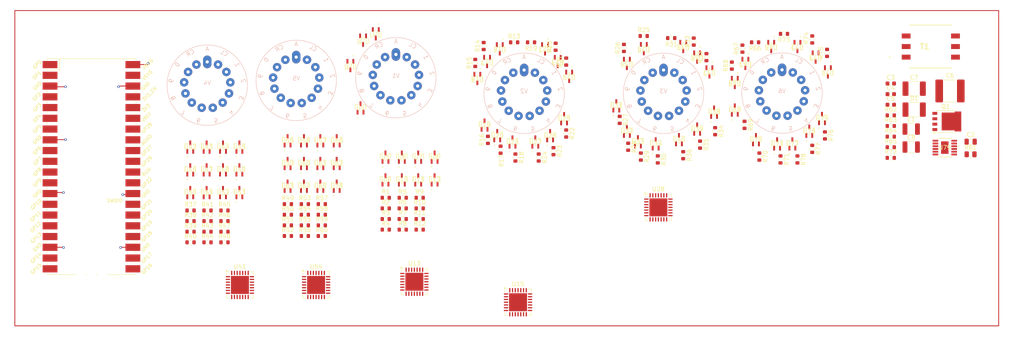
<source format=kicad_pcb>
(kicad_pcb (version 20240108) (generator "pcbnew") (generator_version "8.0")
  (layers (0 "F.Cu" signal) (1 "In1.Cu" power) (2 "In2.Cu" power) (3 "In3.Cu" power) (4 "In4.Cu" power) (31 "B.Cu" signal) (34 "B.Paste" user) (35 "F.Paste" user) (36 "B.SilkS" user "B.Silkscreen") (37 "F.SilkS" user "F.Silkscreen") (38 "B.Mask" user) (39 "F.Mask" user) (44 "Edge.Cuts" user))
  (net 0 "")
  (net 1 "+5V")
  (net 2 "GND")
  (net 3 "Net-(C3-Pad1)")
  (net 4 "Net-(U79-SS)")
  (net 5 "Net-(U79-INTVCC)")
  (net 6 "Net-(D1-A)")
  (net 7 "Net-(Q1-D)")
  (net 8 "Net-(Q1-S)")
  (net 9 "Net-(Q1-G)")
  (net 10 "Net-(U1-EMITTER)")
  (net 11 "Net-(U2-EMITTER)")
  (net 12 "Net-(U3-EMITTER)")
  (net 13 "Net-(U4-EMITTER)")
  (net 14 "Net-(U5-EMITTER)")
  (net 15 "Net-(U6-EMITTER)")
  (net 16 "Net-(U7-EMITTER)")
  (net 17 "Net-(U8-EMITTER)")
  (net 18 "Net-(U9-EMITTER)")
  (net 19 "Net-(U10-EMITTER)")
  (net 20 "Net-(U11-EMITTER)")
  (net 21 "Net-(U12-EMITTER)")
  (net 22 "Net-(U16-EMITTER)")
  (net 23 "Net-(U17-EMITTER)")
  (net 24 "Net-(U18-EMITTER)")
  (net 25 "Net-(U19-EMITTER)")
  (net 26 "Net-(U20-EMITTER)")
  (net 27 "Net-(U21-EMITTER)")
  (net 28 "Net-(U22-EMITTER)")
  (net 29 "Net-(U23-EMITTER)")
  (net 30 "Net-(U24-EMITTER)")
  (net 31 "Net-(U25-EMITTER)")
  (net 32 "Net-(U26-EMITTER)")
  (net 33 "Net-(U27-EMITTER)")
  (net 34 "Net-(U29-EMITTER)")
  (net 35 "Net-(U30-EMITTER)")
  (net 36 "Net-(U31-EMITTER)")
  (net 37 "Net-(U32-EMITTER)")
  (net 38 "Net-(U33-EMITTER)")
  (net 39 "Net-(U34-EMITTER)")
  (net 40 "Net-(U35-EMITTER)")
  (net 41 "Net-(U36-EMITTER)")
  (net 42 "Net-(U37-EMITTER)")
  (net 43 "Net-(U38-EMITTER)")
  (net 44 "Net-(U39-EMITTER)")
  (net 45 "Net-(U40-EMITTER)")
  (net 46 "Net-(U42-EMITTER)")
  (net 47 "Net-(U43-EMITTER)")
  (net 48 "Net-(U44-EMITTER)")
  (net 49 "Net-(U45-EMITTER)")
  (net 50 "Net-(U46-EMITTER)")
  (net 51 "Net-(U47-EMITTER)")
  (net 52 "Net-(U48-EMITTER)")
  (net 53 "Net-(U49-EMITTER)")
  (net 54 "Net-(U50-EMITTER)")
  (net 55 "Net-(U51-EMITTER)")
  (net 56 "Net-(U52-EMITTER)")
  (net 57 "Net-(U53-EMITTER)")
  (net 58 "Net-(U55-EMITTER)")
  (net 59 "Net-(U56-EMITTER)")
  (net 60 "Net-(U57-EMITTER)")
  (net 61 "Net-(U58-EMITTER)")
  (net 62 "Net-(U59-EMITTER)")
  (net 63 "Net-(U60-EMITTER)")
  (net 64 "Net-(U61-EMITTER)")
  (net 65 "Net-(U62-EMITTER)")
  (net 66 "Net-(U63-EMITTER)")
  (net 67 "Net-(U64-EMITTER)")
  (net 68 "Net-(U65-EMITTER)")
  (net 69 "Net-(U78-EMITTER)")
  (net 70 "Net-(U79-FBX)")
  (net 71 "Net-(U79-GATE)")
  (net 72 "Net-(U79-VC)")
  (net 73 "Net-(U66-EMITTER)")
  (net 74 "Net-(U67-EMITTER)")
  (net 75 "Net-(U68-EMITTER)")
  (net 76 "Net-(U69-EMITTER)")
  (net 77 "Net-(U70-EMITTER)")
  (net 78 "Net-(U71-EMITTER)")
  (net 79 "Net-(U79-RT)")
  (net 80 "Net-(U72-EMITTER)")
  (net 81 "Net-(U73-EMITTER)")
  (net 82 "Net-(U74-EMITTER)")
  (net 83 "Net-(U75-EMITTER)")
  (net 84 "Net-(U76-EMITTER)")
  (net 85 "Net-(U77-EMITTER)")
  (net 88 "/Nixie_Control/Nixie_Block2/Comma_R")
  (net 89 "Net-(U1-COLLECTOR)")
  (net 90 "Net-(U2-COLLECTOR)")
  (net 91 "/Nixie_Control/Nixie_Block2/Cath_0")
  (net 92 "Net-(U3-COLLECTOR)")
  (net 93 "/Nixie_Control/Nixie_Block2/Cath_9")
  (net 94 "Net-(U4-COLLECTOR)")
  (net 95 "/Nixie_Control/Nixie_Block2/Cath_8")
  (net 96 "Net-(U5-COLLECTOR)")
  (net 97 "/Nixie_Control/Nixie_Block2/Cath_7")
  (net 98 "Net-(U6-COLLECTOR)")
  (net 99 "/Nixie_Control/Nixie_Block2/Cath_6")
  (net 100 "/Nixie_Control/Nixie_Block2/Comma_L")
  (net 101 "Net-(U7-COLLECTOR)")
  (net 102 "/Nixie_Control/Nixie_Block2/Cath_1")
  (net 103 "Net-(U8-COLLECTOR)")
  (net 104 "Net-(U9-COLLECTOR)")
  (net 105 "/Nixie_Control/Nixie_Block2/Cath_2")
  (net 106 "/Nixie_Control/Nixie_Block2/Cath_3")
  (net 107 "Net-(U10-COLLECTOR)")
  (net 108 "Net-(U11-COLLECTOR)")
  (net 109 "/Nixie_Control/Nixie_Block2/Cath_4")
  (net 110 "/Nixie_Control/Nixie_Block2/Cath_5")
  (net 111 "Net-(U12-COLLECTOR)")
  (net 112 "/Nixie_Block1/Cath_1")
  (net 113 "/Nixie_Control/SCL")
  (net 114 "/Nixie_Block1/Cath_2")
  (net 115 "/Nixie_Control/Ext_Clk")
  (net 116 "/Nixie_Block1/Cath_0")
  (net 117 "/Nixie_Block1/Cath_3")
  (net 118 "/Nixie_Control/SDA")
  (net 141 "/Nixie_Boost/HV_EN")
  (net 148 "/Nixie_Block1/Cath_4")
  (net 149 "/Nixie_Block1/Cath_6")
  (net 150 "/Nixie_Control1/Nixie_Block2/Cath_2")
  (net 151 "/Nixie_Control1/Nixie_Block2/Comma_L")
  (net 152 "/Nixie_Control1/Nixie_Block2/Cath_0")
  (net 153 "/Nixie_Control1/Nixie_Block2/Cath_7")
  (net 154 "/Nixie_Block1/Cath_7")
  (net 155 "/Nixie_Control1/Nixie_Block2/Cath_3")
  (net 156 "/Nixie_Control1/Nixie_Block2/Comma_R")
  (net 157 "/Nixie_Control1/Nixie_Block2/Cath_5")
  (net 158 "/Nixie_Control1/Nixie_Block2/Cath_8")
  (net 159 "/Nixie_Control1/Nixie_Block2/Cath_4")
  (net 160 "/Nixie_Control1/Nixie_Block2/Cath_6")
  (net 161 "/Nixie_Block1/Cath_5")
  (net 162 "/Nixie_Control1/Nixie_Block2/Cath_9")
  (net 163 "/Nixie_Control1/Nixie_Block2/Cath_1")
  (net 164 "Net-(U16-COLLECTOR)")
  (net 165 "Net-(U17-COLLECTOR)")
  (net 166 "Net-(U18-COLLECTOR)")
  (net 167 "Net-(U19-COLLECTOR)")
  (net 168 "Net-(U20-COLLECTOR)")
  (net 169 "Net-(U21-COLLECTOR)")
  (net 170 "Net-(U22-COLLECTOR)")
  (net 171 "Net-(U23-COLLECTOR)")
  (net 172 "Net-(U24-COLLECTOR)")
  (net 173 "Net-(U25-COLLECTOR)")
  (net 174 "Net-(U26-COLLECTOR)")
  (net 175 "Net-(U27-COLLECTOR)")
  (net 176 "/Nixie_Control2/Nixie_Block2/Cath_1")
  (net 177 "/Nixie_Control2/Nixie_Block2/Cath_7")
  (net 178 "/Nixie_Control2/Nixie_Block2/Cath_3")
  (net 179 "/Nixie_Control2/Nixie_Block2/Comma_L")
  (net 180 "/Nixie_Control2/Nixie_Block2/Cath_5")
  (net 181 "/Nixie_Control2/Nixie_Block2/Cath_9")
  (net 182 "/Nixie_Block1/Cath_8")
  (net 183 "/Nixie_Control2/Nixie_Block2/Cath_4")
  (net 184 "/Nixie_Control2/Nixie_Block2/Cath_6")
  (net 185 "/Nixie_Control2/Nixie_Block2/Comma_R")
  (net 186 "/Nixie_Block1/Comma_R")
  (net 187 "/Nixie_Control2/Nixie_Block2/Cath_0")
  (net 188 "/Nixie_Block1/Comma_L")
  (net 189 "/Nixie_Control2/Nixie_Block2/Cath_8")
  (net 190 "/Nixie_Control2/Nixie_Block2/Cath_2")
  (net 191 "/Nixie_Block1/Cath_9")
  (net 192 "Net-(U29-COLLECTOR)")
  (net 193 "Net-(U30-COLLECTOR)")
  (net 194 "Net-(U31-COLLECTOR)")
  (net 195 "Net-(U32-COLLECTOR)")
  (net 196 "Net-(U33-COLLECTOR)")
  (net 197 "Net-(U34-COLLECTOR)")
  (net 198 "Net-(U35-COLLECTOR)")
  (net 199 "Net-(U36-COLLECTOR)")
  (net 200 "Net-(U37-COLLECTOR)")
  (net 201 "Net-(U38-COLLECTOR)")
  (net 202 "Net-(U39-COLLECTOR)")
  (net 203 "Net-(U40-COLLECTOR)")
  (net 204 "/Nixie_Control3/Nixie_Block2/Cath_3")
  (net 205 "/Nixie_Control3/Nixie_Block2/Comma_L")
  (net 206 "/Nixie_Control3/Nixie_Block2/Cath_5")
  (net 207 "/Nixie_Control3/Nixie_Block2/Cath_9")
  (net 208 "/Nixie_Control3/Nixie_Block2/Cath_8")
  (net 209 "/Nixie_Control3/Bypass_14")
  (net 210 "/Nixie_Control3/Bypass_13")
  (net 211 "/Nixie_Control3/Nixie_Block2/Cath_2")
  (net 212 "/Nixie_Control3/Nixie_Block2/Cath_7")
  (net 213 "/Nixie_Control3/Nixie_Block2/Cath_4")
  (net 214 "/Nixie_Control3/Nixie_Block2/Cath_0")
  (net 215 "/Nixie_Control3/Bypass_12")
  (net 216 "/Nixie_Control3/Bypass_15")
  (net 217 "/Nixie_Control3/Nixie_Block2/Comma_R")
  (net 218 "/Nixie_Control3/Nixie_Block2/Cath_6")
  (net 219 "/Nixie_Control3/Nixie_Block2/Cath_1")
  (net 220 "Net-(U42-COLLECTOR)")
  (net 221 "Net-(U43-COLLECTOR)")
  (net 222 "Net-(U44-COLLECTOR)")
  (net 223 "Net-(U45-COLLECTOR)")
  (net 224 "Net-(U46-COLLECTOR)")
  (net 225 "Net-(U47-COLLECTOR)")
  (net 226 "Net-(U48-COLLECTOR)")
  (net 227 "Net-(U49-COLLECTOR)")
  (net 228 "Net-(U50-COLLECTOR)")
  (net 229 "Net-(U51-COLLECTOR)")
  (net 230 "Net-(U52-COLLECTOR)")
  (net 231 "Net-(U53-COLLECTOR)")
  (net 232 "/Nixie_Control4/Bypass_14")
  (net 233 "/Nixie_Control4/Nixie_Block2/Cath_5")
  (net 234 "/Nixie_Control4/Nixie_Block2/Cath_6")
  (net 235 "/Nixie_Control4/Bypass_13")
  (net 236 "/Nixie_Control4/Nixie_Block2/Comma_L")
  (net 237 "/Nixie_Control4/Nixie_Block2/Cath_8")
  (net 238 "/Nixie_Control4/Nixie_Block2/Cath_2")
  (net 239 "/Nixie_Control4/Nixie_Block2/Cath_9")
  (net 240 "/Nixie_Control4/Nixie_Block2/Cath_7")
  (net 241 "/Nixie_Control4/Nixie_Block2/Cath_3")
  (net 242 "/Nixie_Control4/Nixie_Block2/Cath_0")
  (net 243 "/Nixie_Control4/Nixie_Block2/Comma_R")
  (net 244 "/Nixie_Control4/Nixie_Block2/Cath_4")
  (net 245 "/Nixie_Control4/Bypass_15")
  (net 246 "/Nixie_Control4/Nixie_Block2/Cath_1")
  (net 247 "/Nixie_Control4/Bypass_12")
  (net 248 "Net-(U55-COLLECTOR)")
  (net 249 "Net-(U56-COLLECTOR)")
  (net 250 "Net-(U57-COLLECTOR)")
  (net 251 "Net-(U58-COLLECTOR)")
  (net 252 "Net-(U59-COLLECTOR)")
  (net 253 "Net-(U60-COLLECTOR)")
  (net 254 "Net-(U61-COLLECTOR)")
  (net 255 "Net-(U62-COLLECTOR)")
  (net 256 "Net-(U63-COLLECTOR)")
  (net 257 "Net-(U64-COLLECTOR)")
  (net 258 "Net-(U65-COLLECTOR)")
  (net 259 "Net-(U66-COLLECTOR)")
  (net 260 "Net-(U67-COLLECTOR)")
  (net 261 "Net-(U68-COLLECTOR)")
  (net 262 "Net-(U69-COLLECTOR)")
  (net 263 "Net-(U70-COLLECTOR)")
  (net 264 "Net-(U71-COLLECTOR)")
  (net 265 "Net-(U72-COLLECTOR)")
  (net 266 "Net-(U73-COLLECTOR)")
  (net 267 "Net-(U74-COLLECTOR)")
  (net 268 "Net-(U75-COLLECTOR)")
  (net 269 "Net-(U76-COLLECTOR)")
  (net 270 "Net-(U77-COLLECTOR)")
  (net 271 "Net-(U78-COLLECTOR)")
  (net 272 "+170V")
  (footprint "Resistor_SMD:R_0603_1608Metric" (layer "F.Cu") (at 63.528 87.7345)
    (property "Reference" "R37")
    (property "Value" "7K87")
  )
  (footprint "Resistor_SMD:R_0603_1608Metric" (layer "F.Cu") (at 63.528 95.2645)
    (property "Reference" "R40")
    (property "Value" "1K")
  )
  (footprint "Resistor_SMD:R_0603_1608Metric" (layer "F.Cu") (at 170.619023 46.5)
    (property "Reference" "R25")
    (property "Value" "7K87")
  )
  (footprint "Resistor_SMD:R_0603_1608Metric" (layer "F.Cu") (at 202.944023 75.675 -90)
    (property "Reference" "R71")
    (property "Value" "1K")
  )
  (footprint "footprints:SOT-323-3_2P2X1P35_ONS" (layer "F.Cu") (at 67.3283 78.1406)
    (property "Reference" "U47")
    (property "Value" "MSD42WT1G")
  )
  (footprint "footprints:SOT-323-3_2P2X1P35_ONS" (layer "F.Cu") (at 166.642523 69.0094)
    (property "Reference" "U32")
    (property "Value" "MSD42WT1G")
  )
  (footprint "Capacitor_SMD:C_1812_4532Metric" (layer "F.Cu") (at 234.5308 63.9045)
    (property "Reference" "D1")
    (property "Value" "D")
  )
  (footprint "Resistor_SMD:R_0603_1608Metric" (layer "F.Cu") (at 86.528 91.2545)
    (property "Reference" "R51")
    (property "Value" "1K")
  )
  (footprint "footprints:SOT-323-3_2P2X1P35_ONS" (layer "F.Cu") (at 113.4581 75.1406)
    (property "Reference" "U6")
    (property "Value" "MSD42WT1G")
  )
  (footprint "Resistor_SMD:R_0603_1608Metric" (layer "F.Cu") (at 140.301434 75.224673 -90)
    (property "Reference" "R18")
    (property "Value" "1K")
  )
  (footprint "footprints:SOT-323-3_2P2X1P35_ONS" (layer "F.Cu") (at 150.301434 52.549673 180)
    (property "Reference" "U23")
    (property "Value" "MSD42WT1G" (hide yes))
  )
  (footprint "Capacitor_SMD:C_1812_4532Metric" (layer "F.Cu") (at 234.5308 58.9545)
    (property "Reference" "C7")
    (property "Value" "100n")
  )
  (footprint "Resistor_SMD:R_0603_1608Metric" (layer "F.Cu") (at 179.944023 74.675 -90)
    (property "Reference" "R36")
    (property "Value" "1K")
  )
  (footprint "footprints:SOT-323-3_2P2X1P35_ONS" (layer "F.Cu") (at 192.142523 64.0094)
    (property "Reference" "U69")
    (property "Value" "MSD42WT1G")
  )
  (footprint "footprints:SOT-323-3_2P2X1P35_ONS" (layer "F.Cu") (at 139.602934 71.559073)
    (property "Reference" "U21")
    (property "Value" "MSD42WT1G" (hide yes))
  )
  (footprint "Resistor_SMD:R_0603_1608Metric" (layer "F.Cu") (at 133.801434 71.049673 90)
    (property "Reference" "R16")
    (property "Value" "1K")
  )
  (footprint "Resistor_SMD:R_0603_1608Metric" (layer "F.Cu") (at 182.444023 47.825 90)
    (property "Reference" "R32")
    (property "Value" "1K")
  )
  (footprint "Resistor_SMD:R_0603_1608Metric" (layer "F.Cu") (at 71.548 95.2645)
    (property "Reference" "R48")
    (property "Value" "1K")
  )
  (footprint "footprints:SOT-323-3_2P2X1P35_ONS" (layer "F.Cu") (at 71.1985 78.1406)
    (property "Reference" "U48")
    (property "Value" "MSD42WT1G")
  )
  (footprint "footprints:SOT-323-3_2P2X1P35_ONS" (layer "F.Cu") (at 71.1985 72.7718)
    (property "Reference" "U44")
    (property "Value" "MSD42WT1G")
  )
  (footprint "footprints:SOT-323-3_2P2X1P35_ONS" (layer "F.Cu") (at 144.999934 71.559073)
    (property "Reference" "U27")
    (property "Value" "MSD42WT1G" (hide yes))
  )
  (footprint "footprints:SOT-323-3_2P2X1P35_ONS" (layer "F.Cu") (at 170.642523 49.4906 180)
    (property "Reference" "U29")
    (property "Value" "MSD42WT1G")
  )
  (footprint "Resistor_SMD:R_0603_1608Metric" (layer "F.Cu") (at 165.944023 49.325 90)
    (property "Reference" "R26")
    (property "Value" "1K")
  )
  (footprint "Resistor_SMD:R_0603_1608Metric" (layer "F.Cu") (at 194.444023 67.5 -90)
    (property "Reference" "R69")
    (property "Value" "1K")
  )
  (footprint "Resistor_SMD:R_0603_1608Metric" (layer "F.Cu") (at 132.801434 48.874673 90)
    (property "Reference" "R14")
    (property "Value" "1K")
  )
  (footprint "Resistor_SMD:R_0603_1608Metric" (layer "F.Cu") (at 67.538 95.2645)
    (property "Reference" "R44")
    (property "Value" "1K")
  )
  (footprint "Resistor_SMD:R_0603_1608Metric" (layer "F.Cu") (at 86.528 88.7445)
    (property "Reference" "R50")
    (property "Value" "1K")
  )
  (footprint "Capacitor_SMD:C_1210_3225Metric" (layer "F.Cu") (at 233.8308 68.5045)
    (property "Reference" "C1")
    (property "Value" "10u")
  )
  (footprint "Resistor_SMD:R_0603_1608Metric" (layer "F.Cu") (at 63.528 92.7545)
    (property "Reference" "R39")
    (property "Value" "1K")
  )
  (footprint "Resistor_SMD:R_0603_1608Metric" (layer "F.Cu") (at 67.538 92.7545)
    (property "Reference" "R43")
    (property "Value" "7K87")
  )
  (footprint "footprints:SOT-323-3_2P2X1P35_ONS" (layer "F.Cu") (at 101.3015 53.4906 180)
    (property "Reference" "U3")
    (property "Value" "MSD42WT1G")
  )
  (footprint "footprints:SOT-323-3_2P2X1P35_ONS" (layer "F.Cu") (at 148.499934 70.059073)
    (property "Reference" "U26")
    (property "Value" "MSD42WT1G" (hide yes))
  )
  (footprint "footprints:SOT-323-3_2P2X1P35_ONS" (layer "F.Cu") (at 113.4581 80.5094)
    (property "Reference" "U10")
    (property "Value" "MSD42WT1G")
  )
  (footprint "footprints:SOT-323-3_2P2X1P35_ONS" (layer "F.Cu") (at 132.999934 67.559073)
    (property "Reference" "U19")
    (property "Value" "MSD42WT1G" (hide yes))
  )
  (footprint "Resistor_SMD:R_0603_1608Metric" (layer "F.Cu") (at 166.944023 72.675 -90)
    (property "Reference" "R28")
    (property "Value" "1K")
  )
  (footprint "footprints:SOT-323-3_2P2X1P35_ONS" (layer "F.Cu") (at 183.245523 51.4906 180)
    (property "Reference" "U36")
    (property "Value" "MSD42WT1G")
  )
  (footprint "Resistor_SMD:R_0603_1608Metric" (layer "F.Cu") (at 213.944023 50.5 90)
    (property "Reference" "R75")
    (property "Value" "1K")
  )
  (footprint "footprints:SOT-323-3_2P2X1P35_ONS" (layer "F.Cu") (at 86.4581 71.2718)
    (property "Reference" "U55")
    (property "Value" "MSD42WT1G")
  )
  (footprint "Resistor_SMD:R_0603_1608Metric" (layer "F.Cu") (at 71.548 92.7545)
    (property "Reference" "R47")
    (property "Value" "1K")
  )
  (footprint "footprints:SOT-323-3_2P2X1P35_ONS" (layer "F.Cu") (at 121.1985 75.1406)
    (property "Reference" "U8")
    (property "Value" "MSD42WT1G")
  )
  (footprint "footprints:SOT-323-3_2P2X1P35_ONS" (layer "F.Cu") (at 117.3283 75.1406)
    (property "Reference" "U7")
    (property "Value" "MSD42WT1G")
  )
  (footprint "Resistor_SMD:R_0603_1608Metric" (layer "F.Cu") (at 229.0008 75.3045)
    (property "Reference" "R72")
    (property "Value" "86K6")
  )
  (footprint "Resistor_SMD:R_0603_1608Metric" (layer "F.Cu") (at 109.6578 87.2445)
    (property "Reference" "R2")
    (property "Value" "1K")
  )
  (footprint "Resistor_SMD:R_0603_1608Metric" (layer "F.Cu") (at 86.528 86.2345)
    (property "Reference" "R49")
    (property "Value" "7K87")
  )
  (footprint "footprints:SOT-323-3_2P2X1P35_ONS" (layer "F.Cu") (at 94.1985 71.2718)
    (property "Reference" "U57")
    (property "Value" "MSD42WT1G")
  )
  (footprint "Package_DFN_QFN:QFN-28-1EP_6x6mm_P0.65mm_EP4.25x4.25mm" (layer "F.Cu") (at 140.92 109.42)
    (property "Reference" "U15")
    (property "Value" "PCA9685BS")
  )
  (footprint "footprints:SOT-323-3_2P2X1P35_ONS" (layer "F.Cu") (at 135.999934 70.049673)
    (property "Reference" "U20")
    (property "Value" "MSD42WT1G" (hide yes))
  )
  (footprint "footprints:SOT-323-3_2P2X1P35_ONS" (layer "F.Cu") (at 178.944023 71)
    (property "Reference" "U40")
    (property "Value" "MSD42WT1G")
  )
  (footprint "footprints:SOT-323-3_2P2X1P35_ONS" (layer "F.Cu") (at 192.142523 57.4906 180)
    (property "Reference" "U68")
    (property "Value" "MSD42WT1G")
  )
  (footprint "footprints:SOT-323-3_2P2X1P35_ONS" (layer "F.Cu") (at 194.642523 52.9906 180)
    (property "Reference" "U67")
    (property "Value" "MSD42WT1G")
  )
  (footprint "Resistor_SMD:R_0603_1608Metric" (layer "F.Cu") (at 113.6678 87.2445)
    (property "Reference" "R6")
    (property "Value" "1K")
  )
  (footprint "Resistor_SMD:R_0603_1608Metric" (layer "F.Cu") (at 196.944023 48 180)
    (property "Reference" "R66")
    (property "Value" "7K87")
  )
  (footprint "footprints:SOT-323-3_2P2X1P35_ONS" (layer "F.Cu") (at 166.642523 52.9906 180)
    (property "Reference" "U30")
    (property "Value" "MSD42WT1G")
  )
  (footprint "footprints:SOT-323-3_2P2X1P35_ONS" (layer "F.Cu") (at 147.301434 49.540273 180)
    (property "Reference" "U22")
    (property "Value" "MSD42WT1G" (hide yes))
  )
  (footprint "Resistor_SMD:R_0603_1608Metric" (layer "F.Cu") (at 90.538 86.2345)
    (property "Reference" "R53")
    (property "Value" "1K")
  )
  (footprint "footprints:SOT-323-3_2P2X1P35_ONS" (layer "F.Cu") (at 94.1985 82.0094)
    (property "Reference" "U65")
    (property "Value" "MSD42WT1G")
  )
  (footprint "Resistor_SMD:R_0603_1608Metric" (layer "F.Cu") (at 185.444023 51.5 90)
    (property "Reference" "R33")
    (property "Value" "1K")
  )
  (footprint "Resistor_SMD:R_0603_1608Metric" (layer "F.Cu") (at 90.538 93.7645)
    (property "Reference" "R56")
    (property "Value" "1K")
  )
  (footprint "footprints:SOT-323-3_2P2X1P35_ONS" (layer "F.Cu") (at 98.0687 76.6406)
    (property "Reference" "U62")
    (property "Value" "MSD42WT1G")
  )
  (footprint "footprints:SOT-323-3_2P2X1P35_ONS" (layer "F.Cu") (at 186.142523 54.9906 180)
    (property "Reference" "U37")
    (property "Value" "MSD42WT1G")
  )
  (footprint "Capacitor_SMD:C_0603_1608Metric" (layer "F.Cu") (at 229.0008 57.7345)
    (property "Reference" "C3")
    (property "Value" "560p")
  )
  (footprint "footprints:SOT-323-3_2P2X1P35_ONS" (layer "F.Cu") (at 98.0687 82.0094)
    (property "Reference" "U78")
    (property "Value" "MSD42WT1G")
  )
  (footprint "Resistor_SMD:R_0603_1608Metric" (layer "F.Cu") (at 94.548 86.2345)
    (property "Reference" "R57")
    (property "Value" "1K")
  )
  (footprint "footprints:SOT-323-3_2P2X1P35_ONS" (layer "F.Cu") (at 183.245523 68.5094)
    (property "Reference" "U39")
    (property "Value" "MSD42WT1G")
  )
  (footprint "footprints:SOT-323-3_2P2X1P35_ONS" (layer "F.Cu") (at 104.3015 47.4906 180)
    (property "Reference" "U2")
    (property "Value" "MSD42WT1G")
  )
  (footprint "footprints:SOT-323-3_2P2X1P35_ONS" (layer "F.Cu") (at 67.3283 83.5094)
    (property "Reference" "U51")
    (property "Value" "MSD42WT1G")
  )
  (footprint "footprints:SOT-323-3_2P2X1P35_ONS" (layer "F.Cu") (at 151.801434 66.049673)
    (property "Reference" "U25")
    (property "Value" "MSD42WT1G" (hide yes))
  )
  (footprint "Resistor_SMD:R_0603_1608Metric" (layer "F.Cu") (at 140 48)
    (property "Reference" "R13")
    (property "Value" "7K87")
  )
  (footprint "footprints:SOT-323-3_2P2X1P35_ONS" (layer "F.Cu") (at 131.301434 56.549673 180)
    (property "Reference" "U18")
    (property "Value" "MSD42WT1G" (hide yes))
  )
  (footprint "footprints:SOT-323-3_2P2X1P35_ONS" (layer "F.Cu") (at 75.0687 72.7718)
    (property "Reference" "U45")
    (property "Value" "MSD42WT1G")
  )
  (footprint "footprints:SOT-323-3_2P2X1P35_ONS" (layer "F.Cu") (at 63.4581 78.1406)
    (property "Reference" "U46")
    (property "Value" "MSD42WT1G")
  )
  (footprint "Resistor_SMD:R_0603_1608Metric" (layer "F.Cu") (at 152.301434 69.549673 -90)
    (property "Reference" "R22")
    (property "Value" "1K")
  )
  (footprint "footprints:SOT-323-3_2P2X1P35_ONS" (layer "F.Cu") (at 109.5879 75.1406)
    (property "Reference" "U5")
    (property "Value" "MSD42WT1G")
  )
  (footprint "footprints:SOT-323-3_2P2X1P35_ONS" (layer "F.Cu") (at 90.3283 76.6406)
    (property "Reference" "U60")
    (property "Value" "MSD42WT1G")
  )
  (footprint "Package_TO_SOT_SMD:LFPAK56" (layer "F.Cu") (at 242.2508 66.7045)
    (property "Reference" "Q1")
    (property "Value" "Q_NMOS_GDS")
  )
  (footprint "Resistor_SMD:R_0603_1608Metric" (layer "F.Cu") (at 149.301434 73.724673 -90)
    (property "Reference" "R23")
    (property "Value" "1K")
  )
  (footprint "footprints:SOT-323-3_2P2X1P35_ONS" (layer "F.Cu") (at 200.745523 48.9906 180)
    (property "Reference" "U66")
    (property "Value" "MSD42WT1G")
  )
  (footprint "footprints:SOT-323-3_2P2X1P35_ONS" (layer "F.Cu") (at 63.4581 83.5094)
    (property "Reference" "U50")
    (property "Value" "MSD42WT1G")
  )
  (footprint "Resistor_SMD:R_0603_1608Metric" (layer "F.Cu") (at 210.444023 47.325 90)
    (property "Reference" "R74")
    (property "Value" "1K")
  )
  (footprint "footprints:SOT-323-3_2P2X1P35_ONS" (layer "F.Cu") (at 164.142523 63.0094)
    (property "Reference" "U31")
    (property "Value" "MSD42WT1G")
  )
  (footprint "Capacitor_SMD:C_0805_2012Metric" (layer "F.Cu") (at 247.8808 71.4845)
    (property "Reference" "C2")
    (property "Value" "100n")
  )
  (footprint "Resistor_SMD:R_0603_1608Metric" (layer "F.Cu") (at 90.538 88.7445)
    (property "Reference" "R54")
    (property "Value" "1K")
  )
  (footprint "footprints:SOT-323-3_2P2X1P35_ONS" (layer "F.Cu") (at 86.4581 76.6406)
    (property "Reference" "U59")
    (property "Value" "MSD42WT1G")
  )
  (footprint "Resistor_SMD:R_0603_1608Metric" (layer "F.Cu") (at 152.301434 52.549673 90)
    (property "Reference" "R21")
    (property "Value" "1K")
  )
  (footprint "Resistor_SMD:R_0603_1608Metric" (layer "F.Cu") (at 203.769023 46 180)
    (property "Reference" "R73")
    (property "Value" "7K87")
  )
  (footprint "Resistor_SMD:R_0603_1608Metric" (layer "F.Cu") (at 229.0008 67.7745)
    (property "Reference" "R63")
    (property "Value" "13K")
  )
  (footprint "footprints:SOT-323-3_2P2X1P35_ONS" (layer "F.Cu") (at 202.142523 72.0094)
    (property "Reference" "U71")
    (property "Value" "MSD42WT1G")
  )
  (footprint "Resistor_SMD:R_0603_1608Metric" (layer "F.Cu") (at 113.6678 92.2645)
    (property "Reference" "R8")
    (property "Value" "1K")
  )
  (footprint "footprints:SOT-323-3_2P2X1P35_ONS" (layer "F.Cu") (at 133.602934 52.540273 180)
    (property "Reference" "U17")
    (property "Value" "MSD42WT1G" (hide yes))
  )
  (footprint "Capacitor_SMD:C_0603_1608Metric" (layer "F.Cu") (at 229.0008 60.2445)
    (property "Reference" "C4")
    (property "Value" "150n")
  )
  (footprint "footprints:SOT-323-3_2P2X1P35_ONS" (layer "F.Cu") (at 98.0687 71.2718)
    (property "Reference" "U58")
    (property "Value" "MSD42WT1G")
  )
  (footprint "footprints:SOT-323-3_2P2X1P35_ONS" (layer "F.Cu") (at 103.6985 63.5094)
    (property "Reference" "U4")
    (property "Value" "MSD42WT1G")
  )
  (footprint "footprints:SOT-323-3_2P2X1P35_ONS" (layer "F.Cu") (at 209.745523 69.0094)
    (property "Reference" "U76")
    (property "Value" "MSD42WT1G")
  )
  (footprint "Capacitor_SMD:C_2220_5750Metric" (layer "F.Cu") (at 243 59.5)
    (property "Reference" "C6")
    (property "Value" "2u2")
  )
  (footprint "Resistor_SMD:R_0603_1608Metric" (layer "F.Cu") (at 94.548 88.7445)
    (property "Reference" "R58")
    (property "Value" "1K")
  )
  (footprint "Resistor_SMD:R_0603_1608Metric" (layer "F.Cu") (at 86.528 93.7645)
    (property "Reference" "R52")
    (property "Value" "1K")
  )
  (footprint "Resistor_SMD:R_0603_1608Metric" (layer "F.Cu") (at 117.6778 84.7345)
    (property "Reference" "R9")
    (property "Value" "1K")
  )
  (footprint "Resistor_SMD:R_0603_1608Metric" (layer "F.Cu") (at 229.0008 65.2645)
    (property "Reference" "R62")
    (property "Value" "1M6")
  )
  (footprint "Capacitor_SMD:C_1210_3225Metric" (layer "F.Cu") (at 233.8308 72.7545)
    (property "Reference" "C8")
    (property "Value" "10u")
  )
  (footprint "Resistor_SMD:R_0603_1608Metric" (layer "F.Cu") (at 164.944023 66.325 -90)
    (property "Reference" "R27")
    (property "Value" "1K")
  )
  (footprint "footprints:SOT-323-3_2P2X1P35_ONS" (layer "F.Cu") (at 187.245523 64.5094)
    (property "Reference" "U38")
    (property "Value" "MSD42WT1G")
  )
  (footprint "Resistor_SMD:R_0603_1608Metric" (layer "F.Cu") (at 229.0008 70.2845)
    (property "Reference" "R64")
    (property "Value" "20R")
  )
  (footprint "footprints:SOT-323-3_2P2X1P35_ONS" (layer "F.Cu") (at 197.142523 71.0094)
    (property "Reference" "U70")
    (property "Value" "MSD42WT1G")
  )
  (footprint "Resistor_SMD:R_0603_1608Metric" (layer "F.Cu") (at 210.444023 73.175 -90)
    (property "Reference" "R77")
    (property "Value" "1K")
  )
  (footprint "footprints:SOT-323-3_2P2X1P35_ONS" (layer "F.Cu") (at 90.3283 71.2718)
    (property "Reference" "U56")
    (property "Value" "MSD42WT1G")
  )
  (footprint "Resistor_SMD:R_0603_1608Metric" (layer "F.Cu") (at 71.548 90.2445)
    (property "Reference" "R46")
    (property "Value" "1K")
  )
  (footprint "Package_DFN_QFN:QFN-28-1EP_6x6mm_P0.65mm_EP4.25x4.25mm" (layer "F.Cu") (at 174.08 87)
    (property "Reference" "U28")
    (property "Value" "PCA9685BS")
  )
  (footprint "Resistor_SMD:R_0603_1608Metric" (layer "F.Cu") (at 197.944023 75 -90)
    (property "Reference" "R70")
    (property "Value" "1K")
  )
  (footprint "Resistor_SMD:R_0603_1608Metric" (layer "F.Cu") (at 113.6678 84.7345)
    (property "Reference" "R5")
    (property "Value" "1K")
  )
  (footprint "footprints:SOT-323-3_2P2X1P35_ONS" (layer "F.Cu") (at 211.245523 51.4906 180)
    (property "Reference" "U73")
    (property "Value" "MSD42WT1G")
  )
  (footprint "footprints:SOT-323-3_2P2X1P35_ONS" (layer "F.Cu") (at 71.1985 83.5094)
    (property "Reference" "U52")
    (property "Value" "MSD42WT1G")
  )
  (footprint "footprints:SOT-323-3_2P2X1P35_ONS" (layer "F.Cu") (at 179.959112 48.9906 180)
    (property "Reference" "U35")
    (property "Value" "MSD42WT1G")
  )
  (footprint "Resistor_SMD:R_0603_1608Metric" (layer "F.Cu") (at 94.548 91.2545)
    (property "Reference" "R59")
    (property "Value" "1K")
  )
  (footprint "750312367:750312367" (layer "F.Cu") (at 238.465 49)
    (property "Reference" "T1")
    (property "Value" "750312367" (hide yes))
  )
  (footprint "Resistor_SMD:R_0603_1608Metric" (layer "F.Cu") (at 169.944023 75 -90)
    (property "Reference" "R29")
    (property "Value" "1K")
  )
  (footprint "Resistor_SMD:R_0603_1608Metric" (layer "F.Cu") (at 67.538 90.2445)
    (property "Reference" "R42")
    (property "Value" "1K")
  )
  (footprint "Resistor_SMD:R_0603_1608Metric" (layer "F.Cu") (at 117.6778 87.2445)
    (property "Reference" "R10")
    (property "Value" "1K")
  )
  (footprint "RPi_Pico:RPi_PicoW_SMD" (layer "F.Cu") (at 40.11 77.39)
    (property "Reference" "U14" (hide yes))
    (property "Value" "PicoW" (hide yes))
  )
  (footprint "Resistor_SMD:R_0603_1608Metric" (layer "F.Cu") (at 130.801434 52.874673 90)
    (property "Reference" "R15")
    (property "Value" "1K")
  )
  (footprint "Resistor_SMD:R_0603_1608Metric" (layer "F.Cu") (at 136.801434 73.374673 -90)
    (property "Reference" "R17")
    (property "Value" "1K")
  )
  (footprint "Resistor_SMD:R_0603_1608Metric" (layer "F.Cu") (at 63.528 90.2445)
    (property "Reference" "R38")
    (property "Value" "1K")
  )
  (footprint "footprints:SOT-323-3_2P2X1P35_ONS" (layer "F.Cu") (at 109.5879 80.5094)
    (property "Reference" "U9")
    (property "Value" "MSD42WT1G")
  )
  (footprint "Capacitor_SMD:C_0603_1608Metric" (layer "F.Cu") (at 229.0008 62.7545)
    (property "Reference" "C5")
    (property "Value" "4u7")
  )
  (footprint "Resistor_SMD:R_0603_1608Metric" (layer "F.Cu") (at 109.6578 84.7345)
    (property "Reference" "R1")
    (property "Value" "7K87")
  )
  (footprint "Resistor_SMD:R_0603_1608Metric" (layer "F.Cu") (at 67.538 87.7345)
    (property "Reference" "R41")
    (property "Value" "1K")
  )
  (footprint "Resistor_SMD:R_0603_1608Metric" (layer "F.Cu") (at 206.944023 75.675 -90)
    (property "Reference" "R78")
    (property "Value" "1K")
  )
  (footprint "Resistor_SMD:R_0603_1608Metric" (layer "F.Cu") (at 109.6578 89.7545)
    (property "Reference" "R3")
    (property "Value" "1K")
  )
  (footprint "Resistor_SMD:R_0603_1608Metric" (layer "F.Cu") (at 149.801434 49.049673 90)
    (property "Reference" "R20")
    (property "Value" "1K")
  )
  (footprint "Resistor_SMD:R_0603_1608Metric" (layer "F.Cu") (at 193.944023 49.5 90)
    (property "Reference" "R67")
    (property "Value" "1K")
  )
  (footprint "Resistor_SMD:R_0603_1608Metric" (layer "F.Cu") (at 177.119023 47 180)
    (property "Reference" "R31")
    (property "Value" "7K87")
  )
  (footprint "Resistor_SMD:R_0603_1608Metric" (layer "F.Cu") (at 71.548 87.7345)
    (property "Reference" "R45")
    (property "Value" "1K")
  )
  (footprint "footprints:SOT-323-3_2P2X1P35_ONS" (layer "F.Cu") (at 173.444023 72)
    (property "Reference" "U34")
    (property "Value" "MSD42WT1G")
  )
  (footprint "footprints:SOT-323-3_2P2X1P35_ONS" (layer "F.Cu") (at 107.3015 45.9906 180)
    (property "Reference" "U1")
    (property "Value" "MSD42WT1G")
  )
  (footprint "footprints:SOT-323-3_2P2X1P35_ONS" (layer "F.Cu") (at 86.4581 82.0094)
    (property "Reference" "U63")
    (property "Value" "MSD42WT1G")
  )
  (footprint "footprints:SOT-323-3_2P2X1P35_ONS" (layer "F.Cu") (at 206.944023 49 180)
    (property "Reference" "U72")
    (property "Value" "MSD42WT1G")
  )
  (footprint "footprints:SOT-323-3_2P2X1P35_ONS" (layer "F.Cu") (at 75.0687 83.5094)
    (property "Reference" "U53")
    (property "Value" "MSD42WT1G")
  )
  (footprint "Package_DFN_QFN:QFN-28-1EP_6x6mm_P0.65mm_EP4.25x4.25mm" (layer "F.Cu") (at 93.2 105.3375)
    (property "Reference" "U54")
    (property "Value" "PCA9685BS")
  )
  (footprint "Resistor_SMD:R_0603_1608Metric" (layer "F.Cu") (at 117.6778 92.2645)
    (property "Reference" "R12")
    (property "Value" "1K")
  )
  (footprint "footprints:SOT-323-3_2P2X1P35_ONS" (layer "F.Cu") (at 169.245523 71.5094)
    (property "Reference" "U33")
    (property "Value" "MSD42WT1G")
  )
  (footprint "Resistor_SMD:R_0603_1608Metric" (layer "F.Cu") (at 117.6778 89.7545)
    (property "Reference" "R11")
    (property "Value" "1K")
  )
  (footprint "Package_DFN_QFN:QFN-28-1EP_6x6mm_P0.65mm_EP4.25x4.25mm" (layer "F.Cu") (at 116.42 104.58)
    (property "Reference" "U13")
    (property "Value" "PCA9685BS")
  )
  (footprint "Resistor_SMD:R_0603_1608Metric" (layer "F.Cu") (at 183.944023 72.175 -90)
    (property "Reference" "R35")
    (property "Value" "1K")
  )
  (footprint "footprints:SOT-323-3_2P2X1P35_ONS" (layer "F.Cu") (at 94.1985 76.6406)
    (property "Reference" "U61")
    (property "Value" "MSD42WT1G")
  )
  (footprint "Resistor_SMD:R_0805_2012Metric" (layer "F.Cu") (at 247.8608 74.4645)
    (property "Reference" "R61")
    (property "Value" "10m")
  )
  (footprint "footprints:SOT-323-3_2P2X1P35_ONS" (layer "F.Cu") (at 205.745523 72.0094)
    (property "Reference" "U77")
    (property "Value" "MSD42WT1G")
  )
  (footprint "footprints:SOT-323-3_2P2X1P35_ONS" (layer "F.Cu") (at 214.142523 54.9906 180)
    (property "Reference" "U74")
    (property "Value" "MSD42WT1G")
  )
  (footprint "Resistor_SMD:R_0603_1608Metric" (layer "F.Cu") (at 229.0008 72.7945)
    (property "Reference" "R65")
    (property "Value" "300K")
  )
  (footprint "footprints:SOT-323-3_2P2X1P35_ONS" (layer "F.Cu") (at 152.999934 56.040273 180)
    (property "Reference" "U24")
    (property "Value" "MSD42WT1G" (hide yes))
  )
  (footprint "LT3759EMSE:MSOP-12_MSE_LIT" (layer "F.Cu") (at 241.7689 72.8798)
    (property "Reference" "U79")
    (property "Value" "LT3759EMSE-TRPBF")
  )
  (footprint "Resistor_SMD:R_0603_1608Metric" (layer "F.Cu") (at 173.944023 75.675 -90)
    (property "Reference" "R30")
    (property "Value" "1K")
  )
  (footprint "footprints:SOT-323-3_2P2X1P35_ONS" (layer "F.Cu") (at 90.3283 82.0094)
    (property "Reference" "U64")
    (property "Value" "MSD42WT1G")
  )
  (footprint "footprints:SOT-323-3_2P2X1P35_ONS" (layer "F.Cu") (at 67.3283 72.7718)
    (property "Reference" "U43")
    (property "Value" "MSD42WT1G")
  )
  (footprint "footprints:SOT-323-3_2P2X1P35_ONS" (layer "F.Cu") (at 212.745523 66.0094)
    (property "Reference" "U75")
    (property "Value" "MSD42WT1G")
  )
  (footprint "Resistor_SMD:R_0603_1608Metric" (layer "F.Cu") (at 113.6678 89.7545)
    (property "Reference" "R7")
    (property "Value" "7K87")
  )
  (footprint "Resistor_SMD:R_0603_1608Metric" (layer "F.Cu") (at 213.444023 70 -90)
    (property "Reference" "R76")
    (property "Value" "1K")
  )
  (footprint "Resistor_SMD:R_0603_1608Metric" (layer "F.Cu") (at 94.548 93.7645)
    (property "Reference" "R60")
    (property "Value" "1K")
  )
  (footprint "footprints:SOT-323-3_2P2X1P35_ONS" (layer "F.Cu") (at 117.3283 80.5094)
    (property "Reference" "U11")
    (property "Value" "MSD42WT1G")
  )
  (footprint "footprints:SOT-323-3_2P2X1P35_ONS" (layer "F.Cu") (at 63.4581 72.7718)
    (property "Reference" "U42")
    (property "Value" "MSD42WT1G")
  )
  (footprint "Resistor_SMD:R_0603_1608Metric" (layer "F.Cu") (at 90.538 91.2545)
    (property "Reference" "R55")
    (property "Value" "7K87")
  )
  (footprint "footprints:SOT-323-3_2P2X1P35_ONS" (layer "F.Cu") (at 136.602934 49.540273 180)
    (property "Reference" "U16")
    (property "Value" "MSD42WT1G" (hide yes))
  )
  (footprint "Resistor_SMD:R_0603_1608Metric" (layer "F.Cu") (at 187.5 69 -90)
    (property "Reference" "R34")
    (property "Value" "1K")
  )
  (footprint "footprints:SOT-323-3_2P2X1P35_ONS" (layer "F.Cu") (at 121.1985 80.5094)
    (property "Reference" "U12")
    (property "Value" "MSD42WT1G")
  )
  (footprint "footprints:SOT-323-3_2P2X1P35_ONS" (layer "F.Cu") (at 75.0687 78.1406)
    (property "Reference" "U49")
    (property "Value" "MSD42WT1G")
  )
  (footprint "Resistor_SMD:R_0603_1608Metric" (layer "F.Cu") (at 109.6578 92.2645)
    (property "Reference" "R4")
    (property "Value" "1K")
  )
  (footprint "Resistor_SMD:R_0603_1608Metric" (layer "F.Cu") (at 144 48 180)
    (property "Reference" "R19")
    (property "Value" "7K87")
  )
  (footprint "Package_DFN_QFN:QFN-28-1EP_6x6mm_P0.65mm_EP4.25x4.25mm" (layer "F.Cu") (at 75.2 105.3375)
    (property "Reference" "U41")
    (property "Value" "PCA9685BS")
  )
  (footprint "Resistor_SMD:R_0603_1608Metric" (layer "F.Cu") (at 145.801434 75.224673 -90)
    (property "Reference" "R24")
    (property "Value" "1K")
  )
  (footprint "Resistor_SMD:R_0603_1608Metric" (layer "F.Cu") (at 191.444023 53.5 90)
    (property "Reference" "R68")
    (property "Value" "1K")
  )
  (footprint "Nixie_Stuff:IN14" (layer "B.Cu") (at 67.473589 58.124356 180)
    (property "Reference" "V4")
    (property "Value" "IN14")
  )
  (footprint "Nixie_Stuff:IN14" (layer "B.Cu") (at 175.301434 60.049673 180)
    (property "Reference" "V3")
    (property "Value" "IN14")
  )
  (footprint "Nixie_Stuff:IN14" (layer "B.Cu") (at 88.5 57 180)
    (property "Reference" "V5")
    (property "Value" "IN14")
  )
  (footprint "Nixie_Stuff:IN14" (layer "B.Cu") (at 203.301434 60 180)
    (property "Reference" "V6")
    (property "Value" "IN14")
  )
  (footprint "Nixie_Stuff:IN14" (layer "B.Cu") (at 112.055977 56.370008 180)
    (property "Reference" "V1")
    (property "Value" "IN14")
  )
  (footprint "Nixie_Stuff:IN14" (layer "B.Cu") (at 142.357411 60.049673 180)
    (property "Reference" "V2")
    (property "Value" "IN14")
  )
  (gr_rect (start 22 40.5) (end 254.5 115) (stroke (width 0.2)) (fill none) (layer "F.Cu"))
  (segment (start 49 53.26) (end 53.24 53.26) (width 0.2) (layer "F.Cu") (net 1))
  (segment (start 53.24 53.26) (end 53.5 53) (width 0.2) (layer "F.Cu") (net 1))
  (via (at 53.5 53) (size 0.6) (drill 0.3) (layers "F.Cu" "B.Cu") (net 1))
  (segment (start 31.22 96.44) (end 33.44 96.44) (width 0.2) (layer "F.Cu") (net 2))
  (segment (start 47.06 96.44) (end 49 96.44) (width 0.2) (layer "F.Cu") (net 2))
  (segment (start 47 96.5) (end 47.06 96.44) (width 0.2) (layer "F.Cu") (net 2))
  (segment (start 31.38 58.5) (end 34 58.5) (width 0.2) (layer "F.Cu") (net 2))
  (segment (start 31.46 83.5) (end 31.22 83.74) (width 0.2) (layer "F.Cu") (net 2))
  (segment (start 33.5 83.5) (end 31.46 83.5) (width 0.2) (layer "F.Cu") (net 2))
  (segment (start 31.22 58.34) (end 31.38 58.5) (width 0.2) (layer "F.Cu") (net 2))
  (segment (start 34 71) (end 31.26 71) (width 0.2) (layer "F.Cu") (net 2))
  (segment (start 48.74 84) (end 49 83.74) (width 0.2) (layer "F.Cu") (net 2))
  (segment (start 31.26 71) (end 31.22 71.04) (width 0.2) (layer "F.Cu") (net 2))
  (segment (start 33.44 96.44) (end 33.5 96.5) (width 0.2) (layer "F.Cu") (net 2))
  (segment (start 47.5 84) (end 48.74 84) (width 0.2) (layer "F.Cu") (net 2))
  (segment (start 49 58.34) (end 46.66 58.34) (width 0.2) (layer "F.Cu") (net 2))
  (segment (start 29.66 71.04) (end 31.22 71.04) (width 0.2) (layer "F.Cu") (net 2))
  (segment (start 46.66 58.34) (end 46.5 58.5) (width 0.2) (layer "F.Cu") (net 2))
  (via (at 33.5 96.5) (size 0.6) (drill 0.3) (layers "F.Cu" "B.Cu") (net 2))
  (via (at 46.5 58.5) (size 0.6) (drill 0.3) (layers "F.Cu" "B.Cu") (net 2))
  (via (at 33.5 83.5) (size 0.6) (drill 0.3) (layers "F.Cu" "B.Cu") (net 2))
  (via (at 47.5 84) (size 0.6) (drill 0.3) (layers "F.Cu" "B.Cu") (net 2))
  (via (at 34 71) (size 0.6) (drill 0.3) (layers "F.Cu" "B.Cu") (net 2))
  (via (at 47 96.5) (size 0.6) (drill 0.3) (layers "F.Cu" "B.Cu") (net 2))
  (via (at 34 58.5) (size 0.6) (drill 0.3) (layers "F.Cu" "B.Cu") (net 2))
)
</source>
